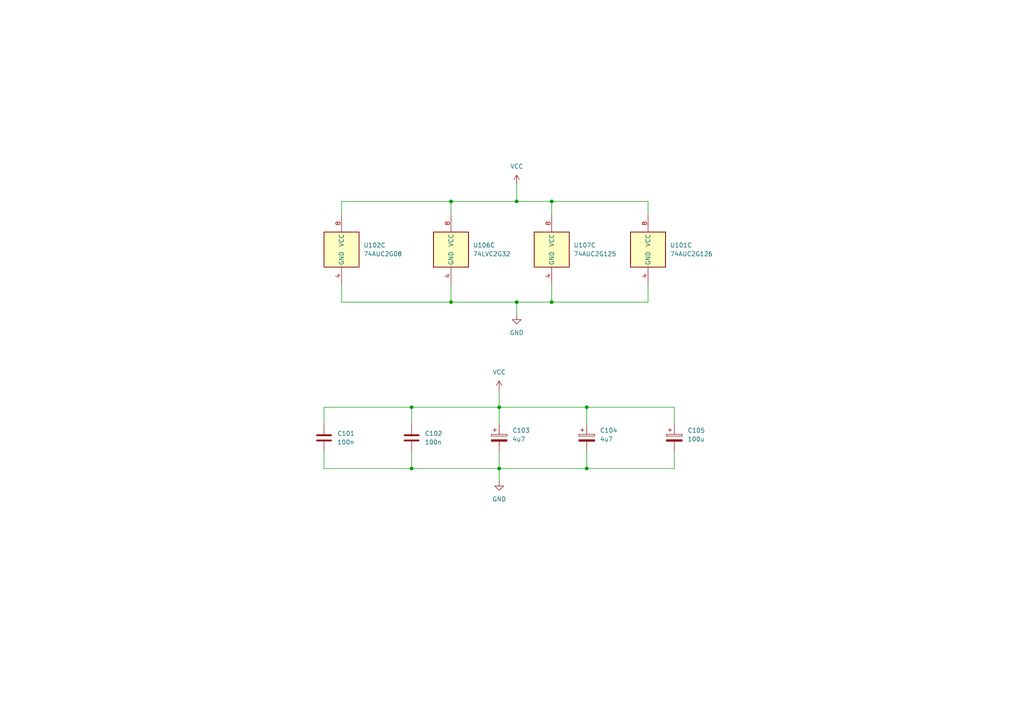
<source format=kicad_sch>
(kicad_sch (version 20250114) (generator "eeschema") (generator_version "9.0")
  (paper "A4")
  (lib_symbols
    (symbol "74xGxx:74AUC2G08"
      (property "Reference" "U" (at -2.54 3.81 0))
      (property "Value" "74AUC2G08" (at 0 -3.81 0))
      (symbol "74AUC2G08_1_1"
        (arc (start 0 5.08) (mid 5.0579 0) (end 0 -5.08) (stroke (width 0.254)) (fill (type background)))
        (polyline (pts (xy 0 -5.08) (xy -7.62 -5.08) (xy -7.62 5.08) (xy 0 5.08)) (stroke (width 0.254)) (fill (type background)))
        (pin input line (at -15.24 2.54 0) (length 7.62) (name "~") (number "1"))
        (pin input line (at -15.24 -2.54 0) (length 7.62) (name "~") (number "2"))
        (pin output line (at 12.7 0 180) (length 7.62) (name "~") (number "7"))
      )
      (symbol "74AUC2G08_2_1"
        (arc (start 0 5.08) (mid 5.0579 0) (end 0 -5.08) (stroke (width 0.254)) (fill (type background)))
        (polyline (pts (xy 0 -5.08) (xy -7.62 -5.08) (xy -7.62 5.08) (xy 0 5.08)) (stroke (width 0.254)) (fill (type background)))
        (pin input line (at -15.24 2.54 0) (length 7.62) (name "~") (number "5"))
        (pin input line (at -15.24 -2.54 0) (length 7.62) (name "~") (number "6"))
        (pin output line (at 12.7 0 180) (length 7.62) (name "~") (number "3"))
      )
      (symbol "74AUC2G08_3_0"
        (rectangle (start -5.08 -5.08) (end 5.08 5.08) (stroke (width 0.254)) (fill (type background)))
      )
      (symbol "74AUC2G08_3_1"
        (pin power_in line (at 0 10.16 270) (length 5.08) (name "VCC") (number "8"))
        (pin power_in line (at 0 -10.16 90) (length 5.08) (name "GND") (number "4"))
      )
    )
    (symbol "74xGxx:74AUC2G125"
      (property "Reference" "U" (at -2.54 3.81 0))
      (property "Value" "74AUC2G125" (at 0 -3.81 0))
      (symbol "74AUC2G125_1_1"
        (polyline (pts (xy -7.62 6.35) (xy -7.62 -6.35) (xy 5.08 0) (xy -7.62 6.35)) (stroke (width 0.254)) (fill (type background)))
        (pin input line (at -15.24 0 0) (length 7.62) (name "~") (number "2"))
        (pin input inverted (at 0 10.16 270) (length 7.62) (name "~") (number "1"))
        (pin tri_state line (at 12.7 0 180) (length 7.62) (name "~") (number "6"))
      )
      (symbol "74AUC2G125_2_1"
        (polyline (pts (xy -7.62 6.35) (xy -7.62 -6.35) (xy 5.08 0) (xy -7.62 6.35)) (stroke (width 0.254)) (fill (type background)))
        (pin input line (at -15.24 0 0) (length 7.62) (name "~") (number "5"))
        (pin input inverted (at 0 10.16 270) (length 7.62) (name "~") (number "7"))
        (pin tri_state line (at 12.7 0 180) (length 7.62) (name "~") (number "3"))
      )
      (symbol "74AUC2G125_3_0"
        (rectangle (start -5.08 -5.08) (end 5.08 5.08) (stroke (width 0.254)) (fill (type background)))
      )
      (symbol "74AUC2G125_3_1"
        (pin power_in line (at 0 10.16 270) (length 5.08) (name "VCC") (number "8"))
        (pin power_in line (at 0 -10.16 90) (length 5.08) (name "GND") (number "4"))
      )
    )
    (symbol "74xGxx:74AUC2G126"
      (property "Reference" "U" (at -2.54 3.81 0))
      (property "Value" "74AUC2G126" (at 0 -3.81 0))
      (symbol "74AUC2G126_1_1"
        (polyline (pts (xy -7.62 6.35) (xy -7.62 -6.35) (xy 5.08 0) (xy -7.62 6.35)) (stroke (width 0.254)) (fill (type background)))
        (pin input line (at -15.24 0 0) (length 7.62) (name "~") (number "2"))
        (pin input line (at 0 7.62 270) (length 5.08) (name "~") (number "1"))
        (pin tri_state line (at 12.7 0 180) (length 7.62) (name "~") (number "6"))
      )
      (symbol "74AUC2G126_2_1"
        (polyline (pts (xy -7.62 6.35) (xy -7.62 -6.35) (xy 5.08 0) (xy -7.62 6.35)) (stroke (width 0.254)) (fill (type background)))
        (pin input line (at -15.24 0 0) (length 7.62) (name "~") (number "5"))
        (pin input line (at 0 7.62 270) (length 5.08) (name "~") (number "7"))
        (pin tri_state line (at 12.7 0 180) (length 7.62) (name "~") (number "3"))
      )
      (symbol "74AUC2G126_3_0"
        (rectangle (start -5.08 -5.08) (end 5.08 5.08) (stroke (width 0.254)) (fill (type background)))
      )
      (symbol "74AUC2G126_3_1"
        (pin power_in line (at 0 10.16 270) (length 5.08) (name "VCC") (number "8"))
        (pin power_in line (at 0 -10.16 90) (length 5.08) (name "GND") (number "4"))
      )
    )
    (symbol "74xGxx:74LVC2G32"
      (property "Reference" "U" (at -7.62 7.62 0))
      (property "Value" "74LVC2G32" (at -7.62 -7.62 0))
      (symbol "74LVC2G32_1_1"
        (arc (start -7.62 5.08) (mid -5.838 0) (end -7.62 -5.08) (stroke (width 0.254)))
        (polyline (pts (xy -7.62 2.54) (xy -6.35 2.54)) (stroke (width 0.254)) (fill (type background)))
        (polyline (pts (xy -7.62 -2.54) (xy -6.35 -2.54)) (stroke (width 0.254)) (fill (type background)))
        (arc (start 5.08 0) (mid 3.202 -3.202) (end 0 -5.08) (stroke (width 0.254)))
        (arc (start 0 5.08) (mid 3.2271 3.2271) (end 5.08 0) (stroke (width 0.254)))
        (polyline (pts (xy 0 5.08) (xy -7.62 5.08)) (stroke (width 0.254)) (fill (type background)))
        (polyline (pts (xy 0 -5.08) (xy -7.62 -5.08)) (stroke (width 0.254)) (fill (type background)))
        (pin input line (at -15.24 2.54 0) (length 7.62) (name "~") (number "1"))
        (pin input line (at -15.24 -2.54 0) (length 7.62) (name "~") (number "2"))
        (pin output line (at 12.7 0 180) (length 7.62) (name "~") (number "7"))
      )
      (symbol "74LVC2G32_2_1"
        (arc (start -7.62 5.08) (mid -5.838 0) (end -7.62 -5.08) (stroke (width 0.254)))
        (polyline (pts (xy -7.62 2.54) (xy -6.35 2.54)) (stroke (width 0.254)) (fill (type background)))
        (polyline (pts (xy -7.62 -2.54) (xy -6.35 -2.54)) (stroke (width 0.254)) (fill (type background)))
        (arc (start 5.08 0) (mid 3.202 -3.202) (end 0 -5.08) (stroke (width 0.254)))
        (arc (start 0 5.08) (mid 3.2271 3.2271) (end 5.08 0) (stroke (width 0.254)))
        (polyline (pts (xy 0 5.08) (xy -7.62 5.08)) (stroke (width 0.254)) (fill (type background)))
        (polyline (pts (xy 0 -5.08) (xy -7.62 -5.08)) (stroke (width 0.254)) (fill (type background)))
        (pin input line (at -15.24 2.54 0) (length 7.62) (name "~") (number "5"))
        (pin input line (at -15.24 -2.54 0) (length 7.62) (name "~") (number "6"))
        (pin output line (at 12.7 0 180) (length 7.62) (name "~") (number "3"))
      )
      (symbol "74LVC2G32_3_0"
        (rectangle (start -5.08 -5.08) (end 5.08 5.08) (stroke (width 0.254)) (fill (type background)))
      )
      (symbol "74LVC2G32_3_1"
        (pin power_in line (at 0 10.16 270) (length 5.08) (name "VCC") (number "8"))
        (pin power_in line (at 0 -10.16 90) (length 5.08) (name "GND") (number "4"))
      )
    )
    (symbol "Device:C" (pin_numbers (hide yes)) (pin_names (offset 0.254))
      (property "Reference" "C" (at 0.635 2.54 0))
      (property "Value" "C" (at 0.635 -2.54 0))
      (symbol "C_0_1"
        (polyline (pts (xy -2.032 0.762) (xy 2.032 0.762)) (stroke (width 0.508)))
        (polyline (pts (xy -2.032 -0.762) (xy 2.032 -0.762)) (stroke (width 0.508)))
      )
      (symbol "C_1_1"
        (pin passive line (at 0 3.81 270) (length 2.794) (name "~") (number "1"))
        (pin passive line (at 0 -3.81 90) (length 2.794) (name "~") (number "2"))
      )
    )
    (symbol "Device:C_Polarized" (pin_numbers (hide yes)) (pin_names (offset 0.254))
      (property "Reference" "C" (at 0.635 2.54 0))
      (property "Value" "C_Polarized" (at 0.635 -2.54 0))
      (symbol "C_Polarized_0_1"
        (rectangle (start -2.286 0.508) (end 2.286 1.016))
        (polyline (pts (xy -1.778 2.286) (xy -0.762 2.286)))
        (polyline (pts (xy -1.27 2.794) (xy -1.27 1.778)))
        (rectangle (start 2.286 -0.508) (end -2.286 -1.016) (fill (type outline)))
      )
      (symbol "C_Polarized_1_1"
        (pin passive line (at 0 3.81 270) (length 2.794) (name "~") (number "1"))
        (pin passive line (at 0 -3.81 90) (length 2.794) (name "~") (number "2"))
      )
    )
    (symbol "power:GND" (power) (pin_numbers (hide yes)) (pin_names (offset 0) (hide yes))
      (property "Value" "GND" (at 0 -3.81 0))
      (symbol "GND_0_1"
        (polyline (pts (xy 0 0) (xy 0 -1.27) (xy 1.27 -1.27) (xy 0 -2.54) (xy -1.27 -1.27) (xy 0 -1.27)))
      )
      (symbol "GND_1_1"
        (pin power_in line (at 0 0 270) (length 0) (name "~") (number "1"))
      )
    )
    (symbol "power:VCC" (power) (pin_numbers (hide yes)) (pin_names (offset 0) (hide yes))
      (property "Value" "VCC" (at 0 3.556 0))
      (symbol "VCC_0_1"
        (polyline (pts (xy -0.762 1.27) (xy 0 2.54)))
        (polyline (pts (xy 0 2.54) (xy 0.762 1.27)))
        (polyline (pts (xy 0 0) (xy 0 2.54)))
      )
      (symbol "VCC_1_1"
        (pin power_in line (at 0 0 90) (length 0) (name "~") (number "1"))
      )
    )
  )
  (junction (at 149.86 87.63))
  (junction (at 160.02 87.63))
  (junction (at 170.18 118.11))
  (junction (at 144.78 135.89))
  (junction (at 170.18 135.89))
  (junction (at 130.81 58.42))
  (junction (at 119.38 118.11))
  (junction (at 119.38 135.89))
  (junction (at 149.86 58.42))
  (junction (at 160.02 58.42))
  (junction (at 130.81 87.63))
  (junction (at 144.78 118.11))
  (wire (pts (xy 187.96 58.42) (xy 187.96 62.23)))
  (wire (pts (xy 149.86 87.63) (xy 160.02 87.63)))
  (wire (pts (xy 149.86 53.34) (xy 149.86 58.42)))
  (wire (pts (xy 187.96 87.63) (xy 187.96 82.55)))
  (wire (pts (xy 144.78 135.89) (xy 119.38 135.89)))
  (wire (pts (xy 93.98 135.89) (xy 93.98 130.81)))
  (wire (pts (xy 144.78 135.89) (xy 144.78 139.7)))
  (wire (pts (xy 160.02 58.42) (xy 187.96 58.42)))
  (wire (pts (xy 160.02 58.42) (xy 160.02 62.23)))
  (wire (pts (xy 130.81 87.63) (xy 149.86 87.63)))
  (wire (pts (xy 119.38 135.89) (xy 93.98 135.89)))
  (wire (pts (xy 119.38 118.11) (xy 119.38 123.19)))
  (wire (pts (xy 149.86 58.42) (xy 160.02 58.42)))
  (wire (pts (xy 160.02 87.63) (xy 187.96 87.63)))
  (wire (pts (xy 144.78 118.11) (xy 170.18 118.11)))
  (wire (pts (xy 170.18 118.11) (xy 170.18 123.19)))
  (wire (pts (xy 93.98 123.19) (xy 93.98 118.11)))
  (wire (pts (xy 195.58 118.11) (xy 195.58 123.19)))
  (wire (pts (xy 144.78 118.11) (xy 144.78 123.19)))
  (wire (pts (xy 170.18 135.89) (xy 144.78 135.89)))
  (wire (pts (xy 130.81 82.55) (xy 130.81 87.63)))
  (wire (pts (xy 195.58 130.81) (xy 195.58 135.89)))
  (wire (pts (xy 170.18 130.81) (xy 170.18 135.89)))
  (wire (pts (xy 99.06 82.55) (xy 99.06 87.63)))
  (wire (pts (xy 119.38 118.11) (xy 144.78 118.11)))
  (wire (pts (xy 195.58 135.89) (xy 170.18 135.89)))
  (wire (pts (xy 99.06 62.23) (xy 99.06 58.42)))
  (wire (pts (xy 144.78 113.03) (xy 144.78 118.11)))
  (wire (pts (xy 130.81 58.42) (xy 130.81 62.23)))
  (wire (pts (xy 93.98 118.11) (xy 119.38 118.11)))
  (wire (pts (xy 160.02 82.55) (xy 160.02 87.63)))
  (wire (pts (xy 130.81 58.42) (xy 149.86 58.42)))
  (wire (pts (xy 144.78 130.81) (xy 144.78 135.89)))
  (wire (pts (xy 170.18 118.11) (xy 195.58 118.11)))
  (wire (pts (xy 119.38 130.81) (xy 119.38 135.89)))
  (wire (pts (xy 99.06 87.63) (xy 130.81 87.63)))
  (wire (pts (xy 99.06 58.42) (xy 130.81 58.42)))
  (wire (pts (xy 149.86 87.63) (xy 149.86 91.44)))
  (symbol (lib_id "power:GND") (at 149.86 91.44 0) (unit 1)
    (property "Reference" "#PWR0145" (effects (hide yes)))
    (property "Value" "GND" (at 149.86 96.52 0))
    (property "Description" "Power symbol creates a global label with name \"GND\" , ground" (effects (hide yes)))
  )
  (symbol (lib_id "power:VCC") (at 144.78 113.03 0) (unit 1)
    (property "Reference" "#PWR0142" (effects (hide yes)))
    (property "Value" "VCC" (at 144.78 107.95 0))
    (property "Description" "Power symbol creates a global label with name \"VCC\"" (effects (hide yes)))
  )
  (symbol (lib_id "74xGxx:74AUC2G126") (at 187.96 72.39 0) (unit 3)
    (property "Reference" "U101" (at 194.31 71.1199 0) (effects (justify left)))
    (property "Value" "74AUC2G126" (at 194.31 73.6599 0) (effects (justify left)))
    (property "Footprint" "Package_SO:MSOP-8_3x3mm_P0.65mm" (effects (hide yes)))
    (property "Datasheet" "http://www.ti.com/lit/sg/scyt129e/scyt129e.pdf" (effects (hide yes)))
    (property "Description" "Dual Buffer Tri-State, Low-Voltage CMOS" (effects (hide yes)))
    (property "Codice" "74LVC2G126DCTRG4" (effects (hide yes)))
    (property "Link" "https://www.digikey.it/it/products/detail/texas-instruments/74LVC2G126DCTRG4/2047054" (effects (hide yes)))
  )
  (symbol (lib_id "Device:C_Polarized") (at 170.18 127 0) (unit 1)
    (property "Reference" "C104" (at 173.99 124.8409 0) (effects (justify left)))
    (property "Value" "4u7" (at 173.99 127.3809 0) (effects (justify left)))
    (property "Footprint" "Capacitor_SMD:C_1206_3216Metric_Pad1.33x1.80mm_HandSolder" (effects (hide yes)))
    (property "Description" "Polarized capacitor" (effects (hide yes)))
    (property "Codice" "CL31B475KAHNNNE" (effects (hide yes)))
    (property "Link" "https://www.digikey.it/it/products/detail/samsung-electro-mechanics/CL31B475KAHNNNE/3886713" (effects (hide yes)))
  )
  (symbol (lib_id "74xGxx:74AUC2G08") (at 99.06 72.39 0) (unit 3)
    (property "Reference" "U102" (at 105.41 71.1199 0) (effects (justify left)))
    (property "Value" "74AUC2G08" (at 105.41 73.6599 0) (effects (justify left)))
    (property "Footprint" "Package_SO:MSOP-8_3x3mm_P0.65mm" (effects (hide yes)))
    (property "Datasheet" "http://www.ti.com/lit/sg/scyt129e/scyt129e.pdf" (effects (hide yes)))
    (property "Description" "Dual AND Gate, Low-Voltage CMOS" (effects (hide yes)))
    (property "Codice" "SN74LVC2G08IDCTRQ1" (effects (hide yes)))
    (property "Link" "https://www.digikey.it/it/products/detail/texas-instruments/SN74LVC2G08IDCTRQ1/1592267" (effects (hide yes)))
  )
  (symbol (lib_id "74xGxx:74AUC2G125") (at 160.02 72.39 0) (unit 3)
    (property "Reference" "U107" (at 166.37 71.1199 0) (effects (justify left)))
    (property "Value" "74AUC2G125" (at 166.37 73.6599 0) (effects (justify left)))
    (property "Footprint" "Package_SO:MSOP-8_3x3mm_P0.65mm" (effects (hide yes)))
    (property "Datasheet" "http://www.ti.com/lit/sg/scyt129e/scyt129e.pdf" (effects (hide yes)))
    (property "Description" "Dual Buffer Tri-State, Low-Voltage CMOS" (effects (hide yes)))
    (property "Codice" "SN74LVC2G125DCTR" (effects (hide yes)))
    (property "Link" "https://www.digikey.it/it/products/detail/texas-instruments/SN74LVC2G125DCTR/412008" (effects (hide yes)))
  )
  (symbol (lib_id "power:VCC") (at 149.86 53.34 0) (unit 1)
    (property "Reference" "#PWR0144" (effects (hide yes)))
    (property "Value" "VCC" (at 149.86 48.26 0))
    (property "Description" "Power symbol creates a global label with name \"VCC\"" (effects (hide yes)))
  )
  (symbol (lib_id "Device:C") (at 119.38 127 0) (unit 1)
    (property "Reference" "C102" (at 123.19 125.7299 0) (effects (justify left)))
    (property "Value" "100n" (at 123.19 128.2699 0) (effects (justify left)))
    (property "Footprint" "Capacitor_SMD:C_0805_2012Metric_Pad1.18x1.45mm_HandSolder" (effects (hide yes)))
    (property "Description" "Unpolarized capacitor" (effects (hide yes)))
    (property "Codice" "C0805C104K5RACTU" (effects (hide yes)))
    (property "Link" "https://www.digikey.it/it/products/detail/kemet/C0805C104K5RACTU/411169" (effects (hide yes)))
  )
  (symbol (lib_id "Device:C_Polarized") (at 144.78 127 0) (unit 1)
    (property "Reference" "C103" (at 148.59 124.8409 0) (effects (justify left)))
    (property "Value" "4u7" (at 148.59 127.3809 0) (effects (justify left)))
    (property "Footprint" "Capacitor_SMD:C_1206_3216Metric_Pad1.33x1.80mm_HandSolder" (effects (hide yes)))
    (property "Description" "Polarized capacitor" (effects (hide yes)))
    (property "Codice" "CL31B475KAHNNNE" (effects (hide yes)))
    (property "Link" "https://www.digikey.it/it/products/detail/samsung-electro-mechanics/CL31B475KAHNNNE/3886713" (effects (hide yes)))
  )
  (symbol (lib_id "power:GND") (at 144.78 139.7 0) (unit 1)
    (property "Reference" "#PWR0143" (effects (hide yes)))
    (property "Value" "GND" (at 144.78 144.78 0))
    (property "Description" "Power symbol creates a global label with name \"GND\" , ground" (effects (hide yes)))
  )
  (symbol (lib_id "Device:C") (at 93.98 127 0) (unit 1)
    (property "Reference" "C101" (at 97.79 125.7299 0) (effects (justify left)))
    (property "Value" "100n" (at 97.79 128.2699 0) (effects (justify left)))
    (property "Footprint" "Capacitor_SMD:C_0805_2012Metric_Pad1.18x1.45mm_HandSolder" (effects (hide yes)))
    (property "Description" "Unpolarized capacitor" (effects (hide yes)))
    (property "Codice" "C0805C104K5RACTU" (effects (hide yes)))
    (property "Link" "https://www.digikey.it/it/products/detail/kemet/C0805C104K5RACTU/411169" (effects (hide yes)))
  )
  (symbol (lib_id "Device:C_Polarized") (at 195.58 127 0) (unit 1)
    (property "Reference" "C105" (at 199.39 124.8409 0) (effects (justify left)))
    (property "Value" "100u" (at 199.39 127.3809 0) (effects (justify left)))
    (property "Footprint" "Capacitor_THT:CP_Radial_D6.3mm_P2.50mm" (effects (hide yes)))
    (property "Description" "Polarized capacitor" (effects (hide yes)))
    (property "Codice" "860040573004" (effects (hide yes)))
    (property "Link" "https://www.digikey.it/it/products/detail/w%C3%BCrth-elektronik/860040573004/5727450" (effects (hide yes)))
  )
  (symbol (lib_id "74xGxx:74LVC2G32") (at 130.81 72.39 0) (unit 3)
    (property "Reference" "U106" (at 137.16 71.1199 0) (effects (justify left)))
    (property "Value" "74LVC2G32" (at 137.16 73.6599 0) (effects (justify left)))
    (property "Footprint" "Package_SO:MSOP-8_3x3mm_P0.65mm" (effects (hide yes)))
    (property "Datasheet" "http://www.ti.com/lit/sg/scyt129e/scyt129e.pdf" (effects (hide yes)))
    (property "Description" "Dual OR Gate, Low-Voltage CMOS" (effects (hide yes)))
    (property "Codice" "SN74LVC2G32DCTR" (effects (hide yes)))
    (property "Link" "https://www.digikey.it/it/products/detail/texas-instruments/SN74LVC2G32DCTR/484828" (effects (hide yes)))
  )
)
</source>
